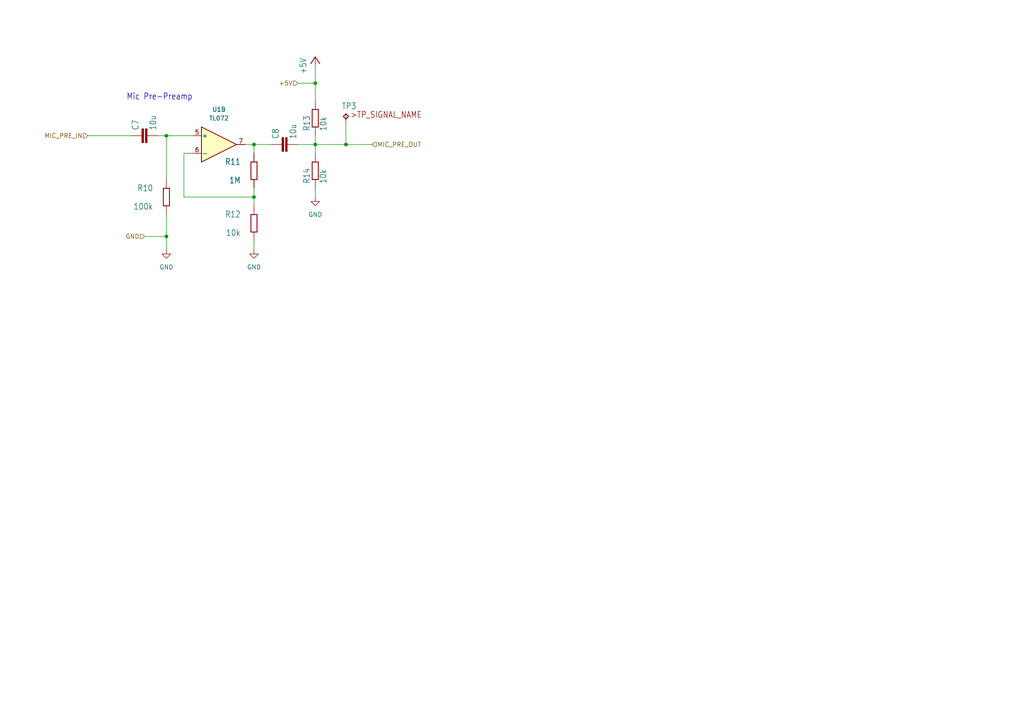
<source format=kicad_sch>
(kicad_sch (version 20211123) (generator eeschema)
  (paper "A4")
  (lib_symbols
    (symbol "Amplifier_Operational:TL072" (pin_names (offset 0.127))
      (property "Reference" "U" (at 0 5.08 0))
      (property "Value" "TL072" (at 0 -5.08 0))
      (symbol "TL072_1_1"
        (polyline (pts (xy -5.08 5.08) (xy 5.08 0) (xy -5.08 -5.08) (xy -5.08 5.08)) (stroke (width 0.254)) (fill (type background)))
        (pin output line (at 7.62 0 180) (length 2.54) (name "~") (number "1"))
        (pin input line (at -7.62 -2.54 0) (length 2.54) (name "-") (number "2"))
        (pin input line (at -7.62 2.54 0) (length 2.54) (name "+") (number "3"))
      )
      (symbol "TL072_2_1"
        (polyline (pts (xy -5.08 5.08) (xy 5.08 0) (xy -5.08 -5.08) (xy -5.08 5.08)) (stroke (width 0.254)) (fill (type background)))
        (pin input line (at -7.62 2.54 0) (length 2.54) (name "+") (number "5"))
        (pin input line (at -7.62 -2.54 0) (length 2.54) (name "-") (number "6"))
        (pin output line (at 7.62 0 180) (length 2.54) (name "~") (number "7"))
      )
      (symbol "TL072_3_1"
        (pin power_in line (at -2.54 -7.62 90) (length 3.81) (name "V-") (number "4"))
        (pin power_in line (at -2.54 7.62 270) (length 3.81) (name "V+") (number "8"))
      )
    )
    (symbol "Steuerungsmodul-eagle-import:+5V" (power)
      (property "Value" "+5V" (at -2.54 -5.08 90))
      (symbol "+5V_1_0"
        (polyline (pts (xy 0 0) (xy -1.27 -1.905)) (stroke (width 0.254)))
        (polyline (pts (xy 1.27 -1.905) (xy 0 0)) (stroke (width 0.254)))
        (pin power_in line (at 0 -2.54 90) (length 2.54) (name "+5V") (number "1"))
      )
    )
    (symbol "Steuerungsmodul-eagle-import:C-EUC0805"
      (property "Reference" "C" (at 1.524 0.381 0))
      (property "Value" "C-EUC0805" (at 1.524 -4.699 0))
      (symbol "C-EUC0805_1_0"
        (rectangle (start -2.032 -2.032) (end 2.032 -1.524) (fill (type outline)))
        (rectangle (start -2.032 -1.016) (end 2.032 -0.508) (fill (type outline)))
        (polyline (pts (xy 0 -2.54) (xy 0 -2.032)) (stroke (width 0.1524)))
        (polyline (pts (xy 0 0) (xy 0 -0.508)) (stroke (width 0.1524)))
        (pin passive line (at 0 2.54 270) (length 2.54) (name "1") (number "1"))
        (pin passive line (at 0 -5.08 90) (length 2.54) (name "2") (number "2"))
      )
    )
    (symbol "Steuerungsmodul-eagle-import:R-EU_M0805"
      (property "Reference" "R" (at -3.81 1.4986 0))
      (property "Value" "R-EU_M0805" (at -3.81 -3.302 0))
      (symbol "R-EU_M0805_1_0"
        (polyline (pts (xy -2.54 -0.889) (xy -2.54 0.889)) (stroke (width 0.254)))
        (polyline (pts (xy -2.54 -0.889) (xy 2.54 -0.889)) (stroke (width 0.254)))
        (polyline (pts (xy 2.54 -0.889) (xy 2.54 0.889)) (stroke (width 0.254)))
        (polyline (pts (xy 2.54 0.889) (xy -2.54 0.889)) (stroke (width 0.254)))
        (pin passive line (at -5.08 0 0) (length 2.54) (name "1") (number "1"))
        (pin passive line (at 5.08 0 180) (length 2.54) (name "2") (number "2"))
      )
    )
    (symbol "Steuerungsmodul-eagle-import:TPB2,54"
      (property "Reference" "TP" (at -1.27 1.27 0))
      (symbol "TPB2,54_1_0"
        (polyline (pts (xy -0.762 -0.762) (xy 0 0)) (stroke (width 0.254)))
        (polyline (pts (xy 0 -1.524) (xy -0.762 -0.762)) (stroke (width 0.254)))
        (polyline (pts (xy 0 0) (xy 0.762 -0.762)) (stroke (width 0.254)))
        (polyline (pts (xy 0.762 -0.762) (xy 0 -1.524)) (stroke (width 0.254)))
        (text ">TP_SIGNAL_NAME" (at 1.27 -1.27 0) (effects (font (size 1.778 1.5113)) (justify left bottom)))
        (pin input line (at 0 -2.54 90) (length 2.54) (name "TP") (number "TP"))
      )
    )
    (symbol "power:GND" (power) (pin_names (offset 0))
      (property "Value" "GND" (at 0 -3.81 0))
      (symbol "GND_0_1"
        (polyline (pts (xy 0 0) (xy 0 -1.27) (xy 1.27 -1.27) (xy 0 -2.54) (xy -1.27 -1.27) (xy 0 -1.27)))
      )
      (symbol "GND_1_1"
        (pin power_in line (at 0 0 270) (length 0) hide (name "GND") (number "1"))
      )
    )
  )
  (junction (at 100.33 41.91))
  (junction (at 73.66 57.15))
  (junction (at 73.66 41.91))
  (junction (at 91.44 41.91))
  (junction (at 91.44 24.13))
  (junction (at 48.26 39.37))
  (junction (at 48.26 68.58))
  (wire (pts (xy 73.66 69.85) (xy 73.66 72.39)))
  (wire (pts (xy 91.44 44.45) (xy 91.44 41.91)))
  (wire (pts (xy 71.12 41.91) (xy 73.66 41.91)))
  (wire (pts (xy 100.33 41.91) (xy 107.95 41.91)))
  (wire (pts (xy 86.36 41.91) (xy 91.44 41.91)))
  (wire (pts (xy 86.36 24.13) (xy 91.44 24.13)))
  (wire (pts (xy 78.74 41.91) (xy 73.66 41.91)))
  (wire (pts (xy 91.44 19.05) (xy 91.44 24.13)))
  (wire (pts (xy 73.66 57.15) (xy 73.66 54.61)))
  (wire (pts (xy 38.1 39.37) (xy 25.4 39.37)))
  (wire (pts (xy 100.33 35.56) (xy 100.33 41.91)))
  (wire (pts (xy 91.44 57.15) (xy 91.44 54.61)))
  (wire (pts (xy 100.33 41.91) (xy 91.44 41.91)))
  (wire (pts (xy 48.26 39.37) (xy 55.88 39.37)))
  (wire (pts (xy 91.44 24.13) (xy 91.44 29.21)))
  (wire (pts (xy 48.26 62.23) (xy 48.26 68.58)))
  (wire (pts (xy 53.34 57.15) (xy 73.66 57.15)))
  (wire (pts (xy 53.34 44.45) (xy 53.34 57.15)))
  (wire (pts (xy 91.44 41.91) (xy 91.44 39.37)))
  (wire (pts (xy 55.88 44.45) (xy 53.34 44.45)))
  (wire (pts (xy 73.66 59.69) (xy 73.66 57.15)))
  (wire (pts (xy 45.72 39.37) (xy 48.26 39.37)))
  (wire (pts (xy 41.91 68.58) (xy 48.26 68.58)))
  (wire (pts (xy 48.26 52.07) (xy 48.26 39.37)))
  (wire (pts (xy 48.26 68.58) (xy 48.26 72.39)))
  (wire (pts (xy 73.66 44.45) (xy 73.66 41.91)))
  (text "Mic Pre-Preamp" (at 55.88 29.21 180) (effects (font (size 1.778 1.5113)) (justify right bottom)))
  (hierarchical_label "+5V" (shape input) (at 86.36 24.13 180))
  (hierarchical_label "MIC_PRE_IN" (shape input) (at 25.4 39.37 180))
  (hierarchical_label "GND" (shape input) (at 41.91 68.58 180))
  (hierarchical_label "MIC_PRE_OUT" (shape input) (at 107.95 41.91 0))
  (symbol (lib_id "Steuerungsmodul-eagle-import:TPB2,54") (at 100.33 33.02 0) (unit 1)
    (property "Reference" "TP3" (at 99.06 31.75 0) (effects (font (size 1.778 1.5113)) (justify left bottom)))
    (property "Value" "TPB2,54" (effects hide))
    (property "Footprint" "Steuerungsmodul:B2,54" (effects hide))
  )
  (symbol (lib_id "Steuerungsmodul-eagle-import:R-EU_M0805") (at 73.66 64.77 90) (unit 1)
    (property "Reference" "R12" (at 69.85 61.1886 90) (effects (font (size 1.778 1.5113)) (justify left bottom)))
    (property "Value" "10k" (at 69.85 66.548 90) (effects (font (size 1.778 1.5113)) (justify left bottom)))
    (property "Footprint" "Steuerungsmodul:M0805" (effects hide))
  )
  (symbol (lib_id "Steuerungsmodul-eagle-import:R-EU_M0805") (at 48.26 57.15 90) (unit 1)
    (property "Reference" "R10" (at 44.45 53.5686 90) (effects (font (size 1.778 1.5113)) (justify left bottom)))
    (property "Value" "100k" (at 44.45 58.928 90) (effects (font (size 1.778 1.5113)) (justify left bottom)))
    (property "Footprint" "Steuerungsmodul:M0805" (effects hide))
  )
  (symbol (lib_id "Amplifier_Operational:TL072") (at 63.5 41.91 0) (unit 2)
    (property "Reference" "U1" (at 63.5 31.75 0))
    (property "Value" "TL072" (at 63.5 34.29 0))
    (property "Footprint" "Package_SO:SOIC-8_3.9x4.9mm_P1.27mm" (effects hide))
    (property "Datasheet" "http://www.ti.com/lit/ds/symlink/tl071.pdf" (effects hide))
  )
  (symbol (lib_id "power:GND") (at 48.26 72.39 0) (unit 1)
    (property "Reference" "#PWR?" (effects hide))
    (property "Value" "GND" (at 48.26 77.47 0))
  )
  (symbol (lib_id "Steuerungsmodul-eagle-import:C-EUC0805") (at 40.64 39.37 90) (unit 1)
    (property "Reference" "C7" (at 40.259 37.846 0) (effects (font (size 1.778 1.5113)) (justify left bottom)))
    (property "Value" "10u" (at 45.339 37.846 0) (effects (font (size 1.778 1.5113)) (justify left bottom)))
    (property "Footprint" "Steuerungsmodul:C0805" (effects hide))
  )
  (symbol (lib_id "Steuerungsmodul-eagle-import:R-EU_M0805") (at 91.44 49.53 90) (unit 1)
    (property "Reference" "R14" (at 89.9414 53.34 0) (effects (font (size 1.778 1.5113)) (justify left bottom)))
    (property "Value" "10k" (at 94.742 53.34 0) (effects (font (size 1.778 1.5113)) (justify left bottom)))
    (property "Footprint" "Steuerungsmodul:M0805" (effects hide))
  )
  (symbol (lib_id "Steuerungsmodul-eagle-import:R-EU_M0805") (at 73.66 49.53 90) (unit 1)
    (property "Reference" "R11" (at 69.85 45.9486 90) (effects (font (size 1.778 1.5113)) (justify left bottom)))
    (property "Value" "1M" (at 69.85 51.308 90) (effects (font (size 1.778 1.5113)) (justify left bottom)))
    (property "Footprint" "Steuerungsmodul:M0805" (effects hide))
  )
  (symbol (lib_id "power:GND") (at 91.44 57.15 0) (unit 1)
    (property "Reference" "#PWR?" (effects hide))
    (property "Value" "GND" (at 91.44 62.23 0))
  )
  (symbol (lib_id "power:GND") (at 73.66 72.39 0) (unit 1)
    (property "Reference" "#PWR?" (effects hide))
    (property "Value" "GND" (at 73.66 77.47 0))
  )
  (symbol (lib_id "Steuerungsmodul-eagle-import:C-EUC0805") (at 81.28 41.91 90) (unit 1)
    (property "Reference" "C8" (at 80.899 40.386 0) (effects (font (size 1.778 1.5113)) (justify left bottom)))
    (property "Value" "10u" (at 85.979 40.386 0) (effects (font (size 1.778 1.5113)) (justify left bottom)))
    (property "Footprint" "Steuerungsmodul:C0805" (effects hide))
  )
  (symbol (lib_id "Steuerungsmodul-eagle-import:R-EU_M0805") (at 91.44 34.29 90) (unit 1)
    (property "Reference" "R13" (at 89.9414 38.1 0) (effects (font (size 1.778 1.5113)) (justify left bottom)))
    (property "Value" "10k" (at 94.742 38.1 0) (effects (font (size 1.778 1.5113)) (justify left bottom)))
    (property "Footprint" "Steuerungsmodul:M0805" (effects hide))
  )
  (symbol (lib_id "Steuerungsmodul-eagle-import:+5V") (at 91.44 16.51 0) (unit 1)
    (property "Reference" "#P+07" (effects hide))
    (property "Value" "+5V" (at 88.9 21.59 90) (effects (font (size 1.778 1.5113)) (justify left bottom)))
    (property "Footprint" "Steuerungsmodul:" (effects hide))
  )
)
</source>
